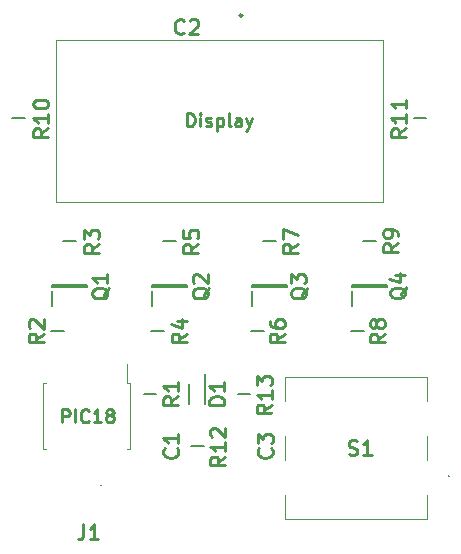
<source format=gbr>
%TF.GenerationSoftware,KiCad,Pcbnew,7.0.1*%
%TF.CreationDate,2023-04-20T20:08:01+02:00*%
%TF.ProjectId,RHT device,52485420-6465-4766-9963-652e6b696361,rev?*%
%TF.SameCoordinates,Original*%
%TF.FileFunction,Legend,Top*%
%TF.FilePolarity,Positive*%
%FSLAX46Y46*%
G04 Gerber Fmt 4.6, Leading zero omitted, Abs format (unit mm)*
G04 Created by KiCad (PCBNEW 7.0.1) date 2023-04-20 20:08:01*
%MOMM*%
%LPD*%
G01*
G04 APERTURE LIST*
G04 Aperture macros list*
%AMRoundRect*
0 Rectangle with rounded corners*
0 $1 Rounding radius*
0 $2 $3 $4 $5 $6 $7 $8 $9 X,Y pos of 4 corners*
0 Add a 4 corners polygon primitive as box body*
4,1,4,$2,$3,$4,$5,$6,$7,$8,$9,$2,$3,0*
0 Add four circle primitives for the rounded corners*
1,1,$1+$1,$2,$3*
1,1,$1+$1,$4,$5*
1,1,$1+$1,$6,$7*
1,1,$1+$1,$8,$9*
0 Add four rect primitives between the rounded corners*
20,1,$1+$1,$2,$3,$4,$5,0*
20,1,$1+$1,$4,$5,$6,$7,0*
20,1,$1+$1,$6,$7,$8,$9,0*
20,1,$1+$1,$8,$9,$2,$3,0*%
G04 Aperture macros list end*
%ADD10C,0.250000*%
%ADD11C,0.275000*%
%ADD12C,0.254000*%
%ADD13C,0.120000*%
%ADD14C,0.200000*%
%ADD15C,0.100000*%
%ADD16R,1.470000X1.020000*%
%ADD17RoundRect,0.125000X-0.125000X0.825000X-0.125000X-0.825000X0.125000X-0.825000X0.125000X0.825000X0*%
%ADD18R,0.600000X1.250000*%
%ADD19R,1.450000X1.000000*%
%ADD20C,1.850000*%
%ADD21R,1.500000X1.500000*%
%ADD22C,1.500000*%
%ADD23R,0.500000X1.075000*%
%ADD24C,0.889000*%
%ADD25C,1.550000*%
%ADD26R,1.020000X1.470000*%
%ADD27R,0.800000X0.450000*%
%ADD28R,1.600000X2.500000*%
%ADD29C,1.950000*%
G04 APERTURE END LIST*
D10*
X107462380Y-62818880D02*
X107462380Y-61718880D01*
X107462380Y-61718880D02*
X107881428Y-61718880D01*
X107881428Y-61718880D02*
X107986190Y-61771261D01*
X107986190Y-61771261D02*
X108038571Y-61823642D01*
X108038571Y-61823642D02*
X108090952Y-61928404D01*
X108090952Y-61928404D02*
X108090952Y-62085547D01*
X108090952Y-62085547D02*
X108038571Y-62190309D01*
X108038571Y-62190309D02*
X107986190Y-62242690D01*
X107986190Y-62242690D02*
X107881428Y-62295071D01*
X107881428Y-62295071D02*
X107462380Y-62295071D01*
X108562380Y-62818880D02*
X108562380Y-61718880D01*
X109714762Y-62714119D02*
X109662381Y-62766500D01*
X109662381Y-62766500D02*
X109505238Y-62818880D01*
X109505238Y-62818880D02*
X109400476Y-62818880D01*
X109400476Y-62818880D02*
X109243333Y-62766500D01*
X109243333Y-62766500D02*
X109138571Y-62661738D01*
X109138571Y-62661738D02*
X109086190Y-62556976D01*
X109086190Y-62556976D02*
X109033809Y-62347452D01*
X109033809Y-62347452D02*
X109033809Y-62190309D01*
X109033809Y-62190309D02*
X109086190Y-61980785D01*
X109086190Y-61980785D02*
X109138571Y-61876023D01*
X109138571Y-61876023D02*
X109243333Y-61771261D01*
X109243333Y-61771261D02*
X109400476Y-61718880D01*
X109400476Y-61718880D02*
X109505238Y-61718880D01*
X109505238Y-61718880D02*
X109662381Y-61771261D01*
X109662381Y-61771261D02*
X109714762Y-61823642D01*
X110762381Y-62818880D02*
X110133809Y-62818880D01*
X110448095Y-62818880D02*
X110448095Y-61718880D01*
X110448095Y-61718880D02*
X110343333Y-61876023D01*
X110343333Y-61876023D02*
X110238571Y-61980785D01*
X110238571Y-61980785D02*
X110133809Y-62033166D01*
X111390952Y-62190309D02*
X111286190Y-62137928D01*
X111286190Y-62137928D02*
X111233809Y-62085547D01*
X111233809Y-62085547D02*
X111181428Y-61980785D01*
X111181428Y-61980785D02*
X111181428Y-61928404D01*
X111181428Y-61928404D02*
X111233809Y-61823642D01*
X111233809Y-61823642D02*
X111286190Y-61771261D01*
X111286190Y-61771261D02*
X111390952Y-61718880D01*
X111390952Y-61718880D02*
X111600476Y-61718880D01*
X111600476Y-61718880D02*
X111705238Y-61771261D01*
X111705238Y-61771261D02*
X111757619Y-61823642D01*
X111757619Y-61823642D02*
X111810000Y-61928404D01*
X111810000Y-61928404D02*
X111810000Y-61980785D01*
X111810000Y-61980785D02*
X111757619Y-62085547D01*
X111757619Y-62085547D02*
X111705238Y-62137928D01*
X111705238Y-62137928D02*
X111600476Y-62190309D01*
X111600476Y-62190309D02*
X111390952Y-62190309D01*
X111390952Y-62190309D02*
X111286190Y-62242690D01*
X111286190Y-62242690D02*
X111233809Y-62295071D01*
X111233809Y-62295071D02*
X111181428Y-62399833D01*
X111181428Y-62399833D02*
X111181428Y-62609357D01*
X111181428Y-62609357D02*
X111233809Y-62714119D01*
X111233809Y-62714119D02*
X111286190Y-62766500D01*
X111286190Y-62766500D02*
X111390952Y-62818880D01*
X111390952Y-62818880D02*
X111600476Y-62818880D01*
X111600476Y-62818880D02*
X111705238Y-62766500D01*
X111705238Y-62766500D02*
X111757619Y-62714119D01*
X111757619Y-62714119D02*
X111810000Y-62609357D01*
X111810000Y-62609357D02*
X111810000Y-62399833D01*
X111810000Y-62399833D02*
X111757619Y-62295071D01*
X111757619Y-62295071D02*
X111705238Y-62242690D01*
X111705238Y-62242690D02*
X111600476Y-62190309D01*
D11*
X118052381Y-37758880D02*
X118052381Y-36658880D01*
X118052381Y-36658880D02*
X118314286Y-36658880D01*
X118314286Y-36658880D02*
X118471429Y-36711261D01*
X118471429Y-36711261D02*
X118576191Y-36816023D01*
X118576191Y-36816023D02*
X118628572Y-36920785D01*
X118628572Y-36920785D02*
X118680953Y-37130309D01*
X118680953Y-37130309D02*
X118680953Y-37287452D01*
X118680953Y-37287452D02*
X118628572Y-37496976D01*
X118628572Y-37496976D02*
X118576191Y-37601738D01*
X118576191Y-37601738D02*
X118471429Y-37706500D01*
X118471429Y-37706500D02*
X118314286Y-37758880D01*
X118314286Y-37758880D02*
X118052381Y-37758880D01*
X119152381Y-37758880D02*
X119152381Y-37025547D01*
X119152381Y-36658880D02*
X119100000Y-36711261D01*
X119100000Y-36711261D02*
X119152381Y-36763642D01*
X119152381Y-36763642D02*
X119204762Y-36711261D01*
X119204762Y-36711261D02*
X119152381Y-36658880D01*
X119152381Y-36658880D02*
X119152381Y-36763642D01*
X119623810Y-37706500D02*
X119728572Y-37758880D01*
X119728572Y-37758880D02*
X119938096Y-37758880D01*
X119938096Y-37758880D02*
X120042858Y-37706500D01*
X120042858Y-37706500D02*
X120095239Y-37601738D01*
X120095239Y-37601738D02*
X120095239Y-37549357D01*
X120095239Y-37549357D02*
X120042858Y-37444595D01*
X120042858Y-37444595D02*
X119938096Y-37392214D01*
X119938096Y-37392214D02*
X119780953Y-37392214D01*
X119780953Y-37392214D02*
X119676191Y-37339833D01*
X119676191Y-37339833D02*
X119623810Y-37235071D01*
X119623810Y-37235071D02*
X119623810Y-37182690D01*
X119623810Y-37182690D02*
X119676191Y-37077928D01*
X119676191Y-37077928D02*
X119780953Y-37025547D01*
X119780953Y-37025547D02*
X119938096Y-37025547D01*
X119938096Y-37025547D02*
X120042858Y-37077928D01*
X120566667Y-37025547D02*
X120566667Y-38125547D01*
X120566667Y-37077928D02*
X120671429Y-37025547D01*
X120671429Y-37025547D02*
X120880953Y-37025547D01*
X120880953Y-37025547D02*
X120985715Y-37077928D01*
X120985715Y-37077928D02*
X121038096Y-37130309D01*
X121038096Y-37130309D02*
X121090477Y-37235071D01*
X121090477Y-37235071D02*
X121090477Y-37549357D01*
X121090477Y-37549357D02*
X121038096Y-37654119D01*
X121038096Y-37654119D02*
X120985715Y-37706500D01*
X120985715Y-37706500D02*
X120880953Y-37758880D01*
X120880953Y-37758880D02*
X120671429Y-37758880D01*
X120671429Y-37758880D02*
X120566667Y-37706500D01*
X121719048Y-37758880D02*
X121614286Y-37706500D01*
X121614286Y-37706500D02*
X121561905Y-37601738D01*
X121561905Y-37601738D02*
X121561905Y-36658880D01*
X122609524Y-37758880D02*
X122609524Y-37182690D01*
X122609524Y-37182690D02*
X122557143Y-37077928D01*
X122557143Y-37077928D02*
X122452381Y-37025547D01*
X122452381Y-37025547D02*
X122242857Y-37025547D01*
X122242857Y-37025547D02*
X122138095Y-37077928D01*
X122609524Y-37706500D02*
X122504762Y-37758880D01*
X122504762Y-37758880D02*
X122242857Y-37758880D01*
X122242857Y-37758880D02*
X122138095Y-37706500D01*
X122138095Y-37706500D02*
X122085714Y-37601738D01*
X122085714Y-37601738D02*
X122085714Y-37496976D01*
X122085714Y-37496976D02*
X122138095Y-37392214D01*
X122138095Y-37392214D02*
X122242857Y-37339833D01*
X122242857Y-37339833D02*
X122504762Y-37339833D01*
X122504762Y-37339833D02*
X122609524Y-37287452D01*
X123028571Y-37025547D02*
X123290476Y-37758880D01*
X123552381Y-37025547D02*
X123290476Y-37758880D01*
X123290476Y-37758880D02*
X123185714Y-38020785D01*
X123185714Y-38020785D02*
X123133333Y-38073166D01*
X123133333Y-38073166D02*
X123028571Y-38125547D01*
D12*
%TO.C,C1*%
X117166573Y-65011666D02*
X117227050Y-65072142D01*
X117227050Y-65072142D02*
X117287526Y-65253571D01*
X117287526Y-65253571D02*
X117287526Y-65374523D01*
X117287526Y-65374523D02*
X117227050Y-65555952D01*
X117227050Y-65555952D02*
X117106097Y-65676904D01*
X117106097Y-65676904D02*
X116985145Y-65737381D01*
X116985145Y-65737381D02*
X116743240Y-65797857D01*
X116743240Y-65797857D02*
X116561811Y-65797857D01*
X116561811Y-65797857D02*
X116319907Y-65737381D01*
X116319907Y-65737381D02*
X116198954Y-65676904D01*
X116198954Y-65676904D02*
X116078002Y-65555952D01*
X116078002Y-65555952D02*
X116017526Y-65374523D01*
X116017526Y-65374523D02*
X116017526Y-65253571D01*
X116017526Y-65253571D02*
X116078002Y-65072142D01*
X116078002Y-65072142D02*
X116138478Y-65011666D01*
X117287526Y-63802142D02*
X117287526Y-64527857D01*
X117287526Y-64165000D02*
X116017526Y-64165000D01*
X116017526Y-64165000D02*
X116198954Y-64285952D01*
X116198954Y-64285952D02*
X116319907Y-64406904D01*
X116319907Y-64406904D02*
X116380383Y-64527857D01*
%TO.C,C3*%
X125166573Y-65011666D02*
X125227050Y-65072142D01*
X125227050Y-65072142D02*
X125287526Y-65253571D01*
X125287526Y-65253571D02*
X125287526Y-65374523D01*
X125287526Y-65374523D02*
X125227050Y-65555952D01*
X125227050Y-65555952D02*
X125106097Y-65676904D01*
X125106097Y-65676904D02*
X124985145Y-65737381D01*
X124985145Y-65737381D02*
X124743240Y-65797857D01*
X124743240Y-65797857D02*
X124561811Y-65797857D01*
X124561811Y-65797857D02*
X124319907Y-65737381D01*
X124319907Y-65737381D02*
X124198954Y-65676904D01*
X124198954Y-65676904D02*
X124078002Y-65555952D01*
X124078002Y-65555952D02*
X124017526Y-65374523D01*
X124017526Y-65374523D02*
X124017526Y-65253571D01*
X124017526Y-65253571D02*
X124078002Y-65072142D01*
X124078002Y-65072142D02*
X124138478Y-65011666D01*
X124017526Y-64588333D02*
X124017526Y-63802142D01*
X124017526Y-63802142D02*
X124501335Y-64225476D01*
X124501335Y-64225476D02*
X124501335Y-64044047D01*
X124501335Y-64044047D02*
X124561811Y-63923095D01*
X124561811Y-63923095D02*
X124622288Y-63862619D01*
X124622288Y-63862619D02*
X124743240Y-63802142D01*
X124743240Y-63802142D02*
X125045621Y-63802142D01*
X125045621Y-63802142D02*
X125166573Y-63862619D01*
X125166573Y-63862619D02*
X125227050Y-63923095D01*
X125227050Y-63923095D02*
X125287526Y-64044047D01*
X125287526Y-64044047D02*
X125287526Y-64406904D01*
X125287526Y-64406904D02*
X125227050Y-64527857D01*
X125227050Y-64527857D02*
X125166573Y-64588333D01*
%TO.C,Q1*%
X111408478Y-51420952D02*
X111348002Y-51541904D01*
X111348002Y-51541904D02*
X111227050Y-51662857D01*
X111227050Y-51662857D02*
X111045621Y-51844285D01*
X111045621Y-51844285D02*
X110985145Y-51965238D01*
X110985145Y-51965238D02*
X110985145Y-52086190D01*
X111287526Y-52025714D02*
X111227050Y-52146666D01*
X111227050Y-52146666D02*
X111106097Y-52267619D01*
X111106097Y-52267619D02*
X110864192Y-52328095D01*
X110864192Y-52328095D02*
X110440859Y-52328095D01*
X110440859Y-52328095D02*
X110198954Y-52267619D01*
X110198954Y-52267619D02*
X110078002Y-52146666D01*
X110078002Y-52146666D02*
X110017526Y-52025714D01*
X110017526Y-52025714D02*
X110017526Y-51783809D01*
X110017526Y-51783809D02*
X110078002Y-51662857D01*
X110078002Y-51662857D02*
X110198954Y-51541904D01*
X110198954Y-51541904D02*
X110440859Y-51481428D01*
X110440859Y-51481428D02*
X110864192Y-51481428D01*
X110864192Y-51481428D02*
X111106097Y-51541904D01*
X111106097Y-51541904D02*
X111227050Y-51662857D01*
X111227050Y-51662857D02*
X111287526Y-51783809D01*
X111287526Y-51783809D02*
X111287526Y-52025714D01*
X111287526Y-50271904D02*
X111287526Y-50997619D01*
X111287526Y-50634762D02*
X110017526Y-50634762D01*
X110017526Y-50634762D02*
X110198954Y-50755714D01*
X110198954Y-50755714D02*
X110319907Y-50876666D01*
X110319907Y-50876666D02*
X110380383Y-50997619D01*
%TO.C,Q2*%
X119908478Y-51420952D02*
X119848002Y-51541904D01*
X119848002Y-51541904D02*
X119727050Y-51662857D01*
X119727050Y-51662857D02*
X119545621Y-51844285D01*
X119545621Y-51844285D02*
X119485145Y-51965238D01*
X119485145Y-51965238D02*
X119485145Y-52086190D01*
X119787526Y-52025714D02*
X119727050Y-52146666D01*
X119727050Y-52146666D02*
X119606097Y-52267619D01*
X119606097Y-52267619D02*
X119364192Y-52328095D01*
X119364192Y-52328095D02*
X118940859Y-52328095D01*
X118940859Y-52328095D02*
X118698954Y-52267619D01*
X118698954Y-52267619D02*
X118578002Y-52146666D01*
X118578002Y-52146666D02*
X118517526Y-52025714D01*
X118517526Y-52025714D02*
X118517526Y-51783809D01*
X118517526Y-51783809D02*
X118578002Y-51662857D01*
X118578002Y-51662857D02*
X118698954Y-51541904D01*
X118698954Y-51541904D02*
X118940859Y-51481428D01*
X118940859Y-51481428D02*
X119364192Y-51481428D01*
X119364192Y-51481428D02*
X119606097Y-51541904D01*
X119606097Y-51541904D02*
X119727050Y-51662857D01*
X119727050Y-51662857D02*
X119787526Y-51783809D01*
X119787526Y-51783809D02*
X119787526Y-52025714D01*
X118638478Y-50997619D02*
X118578002Y-50937143D01*
X118578002Y-50937143D02*
X118517526Y-50816190D01*
X118517526Y-50816190D02*
X118517526Y-50513809D01*
X118517526Y-50513809D02*
X118578002Y-50392857D01*
X118578002Y-50392857D02*
X118638478Y-50332381D01*
X118638478Y-50332381D02*
X118759430Y-50271904D01*
X118759430Y-50271904D02*
X118880383Y-50271904D01*
X118880383Y-50271904D02*
X119061811Y-50332381D01*
X119061811Y-50332381D02*
X119787526Y-51058095D01*
X119787526Y-51058095D02*
X119787526Y-50271904D01*
%TO.C,Q3*%
X128208478Y-51420952D02*
X128148002Y-51541904D01*
X128148002Y-51541904D02*
X128027050Y-51662857D01*
X128027050Y-51662857D02*
X127845621Y-51844285D01*
X127845621Y-51844285D02*
X127785145Y-51965238D01*
X127785145Y-51965238D02*
X127785145Y-52086190D01*
X128087526Y-52025714D02*
X128027050Y-52146666D01*
X128027050Y-52146666D02*
X127906097Y-52267619D01*
X127906097Y-52267619D02*
X127664192Y-52328095D01*
X127664192Y-52328095D02*
X127240859Y-52328095D01*
X127240859Y-52328095D02*
X126998954Y-52267619D01*
X126998954Y-52267619D02*
X126878002Y-52146666D01*
X126878002Y-52146666D02*
X126817526Y-52025714D01*
X126817526Y-52025714D02*
X126817526Y-51783809D01*
X126817526Y-51783809D02*
X126878002Y-51662857D01*
X126878002Y-51662857D02*
X126998954Y-51541904D01*
X126998954Y-51541904D02*
X127240859Y-51481428D01*
X127240859Y-51481428D02*
X127664192Y-51481428D01*
X127664192Y-51481428D02*
X127906097Y-51541904D01*
X127906097Y-51541904D02*
X128027050Y-51662857D01*
X128027050Y-51662857D02*
X128087526Y-51783809D01*
X128087526Y-51783809D02*
X128087526Y-52025714D01*
X126817526Y-51058095D02*
X126817526Y-50271904D01*
X126817526Y-50271904D02*
X127301335Y-50695238D01*
X127301335Y-50695238D02*
X127301335Y-50513809D01*
X127301335Y-50513809D02*
X127361811Y-50392857D01*
X127361811Y-50392857D02*
X127422288Y-50332381D01*
X127422288Y-50332381D02*
X127543240Y-50271904D01*
X127543240Y-50271904D02*
X127845621Y-50271904D01*
X127845621Y-50271904D02*
X127966573Y-50332381D01*
X127966573Y-50332381D02*
X128027050Y-50392857D01*
X128027050Y-50392857D02*
X128087526Y-50513809D01*
X128087526Y-50513809D02*
X128087526Y-50876666D01*
X128087526Y-50876666D02*
X128027050Y-50997619D01*
X128027050Y-50997619D02*
X127966573Y-51058095D01*
%TO.C,Q4*%
X136608478Y-51384952D02*
X136548002Y-51505904D01*
X136548002Y-51505904D02*
X136427050Y-51626857D01*
X136427050Y-51626857D02*
X136245621Y-51808285D01*
X136245621Y-51808285D02*
X136185145Y-51929238D01*
X136185145Y-51929238D02*
X136185145Y-52050190D01*
X136487526Y-51989714D02*
X136427050Y-52110666D01*
X136427050Y-52110666D02*
X136306097Y-52231619D01*
X136306097Y-52231619D02*
X136064192Y-52292095D01*
X136064192Y-52292095D02*
X135640859Y-52292095D01*
X135640859Y-52292095D02*
X135398954Y-52231619D01*
X135398954Y-52231619D02*
X135278002Y-52110666D01*
X135278002Y-52110666D02*
X135217526Y-51989714D01*
X135217526Y-51989714D02*
X135217526Y-51747809D01*
X135217526Y-51747809D02*
X135278002Y-51626857D01*
X135278002Y-51626857D02*
X135398954Y-51505904D01*
X135398954Y-51505904D02*
X135640859Y-51445428D01*
X135640859Y-51445428D02*
X136064192Y-51445428D01*
X136064192Y-51445428D02*
X136306097Y-51505904D01*
X136306097Y-51505904D02*
X136427050Y-51626857D01*
X136427050Y-51626857D02*
X136487526Y-51747809D01*
X136487526Y-51747809D02*
X136487526Y-51989714D01*
X135640859Y-50356857D02*
X136487526Y-50356857D01*
X135157050Y-50659238D02*
X136064192Y-50961619D01*
X136064192Y-50961619D02*
X136064192Y-50175428D01*
%TO.C,R2*%
X105887526Y-55311666D02*
X105282764Y-55735000D01*
X105887526Y-56037381D02*
X104617526Y-56037381D01*
X104617526Y-56037381D02*
X104617526Y-55553571D01*
X104617526Y-55553571D02*
X104678002Y-55432619D01*
X104678002Y-55432619D02*
X104738478Y-55372142D01*
X104738478Y-55372142D02*
X104859430Y-55311666D01*
X104859430Y-55311666D02*
X105040859Y-55311666D01*
X105040859Y-55311666D02*
X105161811Y-55372142D01*
X105161811Y-55372142D02*
X105222288Y-55432619D01*
X105222288Y-55432619D02*
X105282764Y-55553571D01*
X105282764Y-55553571D02*
X105282764Y-56037381D01*
X104738478Y-54827857D02*
X104678002Y-54767381D01*
X104678002Y-54767381D02*
X104617526Y-54646428D01*
X104617526Y-54646428D02*
X104617526Y-54344047D01*
X104617526Y-54344047D02*
X104678002Y-54223095D01*
X104678002Y-54223095D02*
X104738478Y-54162619D01*
X104738478Y-54162619D02*
X104859430Y-54102142D01*
X104859430Y-54102142D02*
X104980383Y-54102142D01*
X104980383Y-54102142D02*
X105161811Y-54162619D01*
X105161811Y-54162619D02*
X105887526Y-54888333D01*
X105887526Y-54888333D02*
X105887526Y-54102142D01*
%TO.C,R1*%
X117287526Y-60611666D02*
X116682764Y-61035000D01*
X117287526Y-61337381D02*
X116017526Y-61337381D01*
X116017526Y-61337381D02*
X116017526Y-60853571D01*
X116017526Y-60853571D02*
X116078002Y-60732619D01*
X116078002Y-60732619D02*
X116138478Y-60672142D01*
X116138478Y-60672142D02*
X116259430Y-60611666D01*
X116259430Y-60611666D02*
X116440859Y-60611666D01*
X116440859Y-60611666D02*
X116561811Y-60672142D01*
X116561811Y-60672142D02*
X116622288Y-60732619D01*
X116622288Y-60732619D02*
X116682764Y-60853571D01*
X116682764Y-60853571D02*
X116682764Y-61337381D01*
X117287526Y-59402142D02*
X117287526Y-60127857D01*
X117287526Y-59765000D02*
X116017526Y-59765000D01*
X116017526Y-59765000D02*
X116198954Y-59885952D01*
X116198954Y-59885952D02*
X116319907Y-60006904D01*
X116319907Y-60006904D02*
X116380383Y-60127857D01*
%TO.C,R3*%
X110587526Y-47711666D02*
X109982764Y-48135000D01*
X110587526Y-48437381D02*
X109317526Y-48437381D01*
X109317526Y-48437381D02*
X109317526Y-47953571D01*
X109317526Y-47953571D02*
X109378002Y-47832619D01*
X109378002Y-47832619D02*
X109438478Y-47772142D01*
X109438478Y-47772142D02*
X109559430Y-47711666D01*
X109559430Y-47711666D02*
X109740859Y-47711666D01*
X109740859Y-47711666D02*
X109861811Y-47772142D01*
X109861811Y-47772142D02*
X109922288Y-47832619D01*
X109922288Y-47832619D02*
X109982764Y-47953571D01*
X109982764Y-47953571D02*
X109982764Y-48437381D01*
X109317526Y-47288333D02*
X109317526Y-46502142D01*
X109317526Y-46502142D02*
X109801335Y-46925476D01*
X109801335Y-46925476D02*
X109801335Y-46744047D01*
X109801335Y-46744047D02*
X109861811Y-46623095D01*
X109861811Y-46623095D02*
X109922288Y-46562619D01*
X109922288Y-46562619D02*
X110043240Y-46502142D01*
X110043240Y-46502142D02*
X110345621Y-46502142D01*
X110345621Y-46502142D02*
X110466573Y-46562619D01*
X110466573Y-46562619D02*
X110527050Y-46623095D01*
X110527050Y-46623095D02*
X110587526Y-46744047D01*
X110587526Y-46744047D02*
X110587526Y-47106904D01*
X110587526Y-47106904D02*
X110527050Y-47227857D01*
X110527050Y-47227857D02*
X110466573Y-47288333D01*
%TO.C,R4*%
X117987526Y-55311666D02*
X117382764Y-55735000D01*
X117987526Y-56037381D02*
X116717526Y-56037381D01*
X116717526Y-56037381D02*
X116717526Y-55553571D01*
X116717526Y-55553571D02*
X116778002Y-55432619D01*
X116778002Y-55432619D02*
X116838478Y-55372142D01*
X116838478Y-55372142D02*
X116959430Y-55311666D01*
X116959430Y-55311666D02*
X117140859Y-55311666D01*
X117140859Y-55311666D02*
X117261811Y-55372142D01*
X117261811Y-55372142D02*
X117322288Y-55432619D01*
X117322288Y-55432619D02*
X117382764Y-55553571D01*
X117382764Y-55553571D02*
X117382764Y-56037381D01*
X117140859Y-54223095D02*
X117987526Y-54223095D01*
X116657050Y-54525476D02*
X117564192Y-54827857D01*
X117564192Y-54827857D02*
X117564192Y-54041666D01*
%TO.C,R5*%
X118987526Y-47711666D02*
X118382764Y-48135000D01*
X118987526Y-48437381D02*
X117717526Y-48437381D01*
X117717526Y-48437381D02*
X117717526Y-47953571D01*
X117717526Y-47953571D02*
X117778002Y-47832619D01*
X117778002Y-47832619D02*
X117838478Y-47772142D01*
X117838478Y-47772142D02*
X117959430Y-47711666D01*
X117959430Y-47711666D02*
X118140859Y-47711666D01*
X118140859Y-47711666D02*
X118261811Y-47772142D01*
X118261811Y-47772142D02*
X118322288Y-47832619D01*
X118322288Y-47832619D02*
X118382764Y-47953571D01*
X118382764Y-47953571D02*
X118382764Y-48437381D01*
X117717526Y-46562619D02*
X117717526Y-47167381D01*
X117717526Y-47167381D02*
X118322288Y-47227857D01*
X118322288Y-47227857D02*
X118261811Y-47167381D01*
X118261811Y-47167381D02*
X118201335Y-47046428D01*
X118201335Y-47046428D02*
X118201335Y-46744047D01*
X118201335Y-46744047D02*
X118261811Y-46623095D01*
X118261811Y-46623095D02*
X118322288Y-46562619D01*
X118322288Y-46562619D02*
X118443240Y-46502142D01*
X118443240Y-46502142D02*
X118745621Y-46502142D01*
X118745621Y-46502142D02*
X118866573Y-46562619D01*
X118866573Y-46562619D02*
X118927050Y-46623095D01*
X118927050Y-46623095D02*
X118987526Y-46744047D01*
X118987526Y-46744047D02*
X118987526Y-47046428D01*
X118987526Y-47046428D02*
X118927050Y-47167381D01*
X118927050Y-47167381D02*
X118866573Y-47227857D01*
%TO.C,R6*%
X126287526Y-55311666D02*
X125682764Y-55735000D01*
X126287526Y-56037381D02*
X125017526Y-56037381D01*
X125017526Y-56037381D02*
X125017526Y-55553571D01*
X125017526Y-55553571D02*
X125078002Y-55432619D01*
X125078002Y-55432619D02*
X125138478Y-55372142D01*
X125138478Y-55372142D02*
X125259430Y-55311666D01*
X125259430Y-55311666D02*
X125440859Y-55311666D01*
X125440859Y-55311666D02*
X125561811Y-55372142D01*
X125561811Y-55372142D02*
X125622288Y-55432619D01*
X125622288Y-55432619D02*
X125682764Y-55553571D01*
X125682764Y-55553571D02*
X125682764Y-56037381D01*
X125017526Y-54223095D02*
X125017526Y-54465000D01*
X125017526Y-54465000D02*
X125078002Y-54585952D01*
X125078002Y-54585952D02*
X125138478Y-54646428D01*
X125138478Y-54646428D02*
X125319907Y-54767381D01*
X125319907Y-54767381D02*
X125561811Y-54827857D01*
X125561811Y-54827857D02*
X126045621Y-54827857D01*
X126045621Y-54827857D02*
X126166573Y-54767381D01*
X126166573Y-54767381D02*
X126227050Y-54706904D01*
X126227050Y-54706904D02*
X126287526Y-54585952D01*
X126287526Y-54585952D02*
X126287526Y-54344047D01*
X126287526Y-54344047D02*
X126227050Y-54223095D01*
X126227050Y-54223095D02*
X126166573Y-54162619D01*
X126166573Y-54162619D02*
X126045621Y-54102142D01*
X126045621Y-54102142D02*
X125743240Y-54102142D01*
X125743240Y-54102142D02*
X125622288Y-54162619D01*
X125622288Y-54162619D02*
X125561811Y-54223095D01*
X125561811Y-54223095D02*
X125501335Y-54344047D01*
X125501335Y-54344047D02*
X125501335Y-54585952D01*
X125501335Y-54585952D02*
X125561811Y-54706904D01*
X125561811Y-54706904D02*
X125622288Y-54767381D01*
X125622288Y-54767381D02*
X125743240Y-54827857D01*
%TO.C,R7*%
X127387526Y-47711666D02*
X126782764Y-48135000D01*
X127387526Y-48437381D02*
X126117526Y-48437381D01*
X126117526Y-48437381D02*
X126117526Y-47953571D01*
X126117526Y-47953571D02*
X126178002Y-47832619D01*
X126178002Y-47832619D02*
X126238478Y-47772142D01*
X126238478Y-47772142D02*
X126359430Y-47711666D01*
X126359430Y-47711666D02*
X126540859Y-47711666D01*
X126540859Y-47711666D02*
X126661811Y-47772142D01*
X126661811Y-47772142D02*
X126722288Y-47832619D01*
X126722288Y-47832619D02*
X126782764Y-47953571D01*
X126782764Y-47953571D02*
X126782764Y-48437381D01*
X126117526Y-47288333D02*
X126117526Y-46441666D01*
X126117526Y-46441666D02*
X127387526Y-46985952D01*
%TO.C,R8*%
X134787526Y-55311666D02*
X134182764Y-55735000D01*
X134787526Y-56037381D02*
X133517526Y-56037381D01*
X133517526Y-56037381D02*
X133517526Y-55553571D01*
X133517526Y-55553571D02*
X133578002Y-55432619D01*
X133578002Y-55432619D02*
X133638478Y-55372142D01*
X133638478Y-55372142D02*
X133759430Y-55311666D01*
X133759430Y-55311666D02*
X133940859Y-55311666D01*
X133940859Y-55311666D02*
X134061811Y-55372142D01*
X134061811Y-55372142D02*
X134122288Y-55432619D01*
X134122288Y-55432619D02*
X134182764Y-55553571D01*
X134182764Y-55553571D02*
X134182764Y-56037381D01*
X134061811Y-54585952D02*
X134001335Y-54706904D01*
X134001335Y-54706904D02*
X133940859Y-54767381D01*
X133940859Y-54767381D02*
X133819907Y-54827857D01*
X133819907Y-54827857D02*
X133759430Y-54827857D01*
X133759430Y-54827857D02*
X133638478Y-54767381D01*
X133638478Y-54767381D02*
X133578002Y-54706904D01*
X133578002Y-54706904D02*
X133517526Y-54585952D01*
X133517526Y-54585952D02*
X133517526Y-54344047D01*
X133517526Y-54344047D02*
X133578002Y-54223095D01*
X133578002Y-54223095D02*
X133638478Y-54162619D01*
X133638478Y-54162619D02*
X133759430Y-54102142D01*
X133759430Y-54102142D02*
X133819907Y-54102142D01*
X133819907Y-54102142D02*
X133940859Y-54162619D01*
X133940859Y-54162619D02*
X134001335Y-54223095D01*
X134001335Y-54223095D02*
X134061811Y-54344047D01*
X134061811Y-54344047D02*
X134061811Y-54585952D01*
X134061811Y-54585952D02*
X134122288Y-54706904D01*
X134122288Y-54706904D02*
X134182764Y-54767381D01*
X134182764Y-54767381D02*
X134303716Y-54827857D01*
X134303716Y-54827857D02*
X134545621Y-54827857D01*
X134545621Y-54827857D02*
X134666573Y-54767381D01*
X134666573Y-54767381D02*
X134727050Y-54706904D01*
X134727050Y-54706904D02*
X134787526Y-54585952D01*
X134787526Y-54585952D02*
X134787526Y-54344047D01*
X134787526Y-54344047D02*
X134727050Y-54223095D01*
X134727050Y-54223095D02*
X134666573Y-54162619D01*
X134666573Y-54162619D02*
X134545621Y-54102142D01*
X134545621Y-54102142D02*
X134303716Y-54102142D01*
X134303716Y-54102142D02*
X134182764Y-54162619D01*
X134182764Y-54162619D02*
X134122288Y-54223095D01*
X134122288Y-54223095D02*
X134061811Y-54344047D01*
%TO.C,R9*%
X135887526Y-47665666D02*
X135282764Y-48089000D01*
X135887526Y-48391381D02*
X134617526Y-48391381D01*
X134617526Y-48391381D02*
X134617526Y-47907571D01*
X134617526Y-47907571D02*
X134678002Y-47786619D01*
X134678002Y-47786619D02*
X134738478Y-47726142D01*
X134738478Y-47726142D02*
X134859430Y-47665666D01*
X134859430Y-47665666D02*
X135040859Y-47665666D01*
X135040859Y-47665666D02*
X135161811Y-47726142D01*
X135161811Y-47726142D02*
X135222288Y-47786619D01*
X135222288Y-47786619D02*
X135282764Y-47907571D01*
X135282764Y-47907571D02*
X135282764Y-48391381D01*
X135887526Y-47060904D02*
X135887526Y-46819000D01*
X135887526Y-46819000D02*
X135827050Y-46698047D01*
X135827050Y-46698047D02*
X135766573Y-46637571D01*
X135766573Y-46637571D02*
X135585145Y-46516619D01*
X135585145Y-46516619D02*
X135343240Y-46456142D01*
X135343240Y-46456142D02*
X134859430Y-46456142D01*
X134859430Y-46456142D02*
X134738478Y-46516619D01*
X134738478Y-46516619D02*
X134678002Y-46577095D01*
X134678002Y-46577095D02*
X134617526Y-46698047D01*
X134617526Y-46698047D02*
X134617526Y-46939952D01*
X134617526Y-46939952D02*
X134678002Y-47060904D01*
X134678002Y-47060904D02*
X134738478Y-47121381D01*
X134738478Y-47121381D02*
X134859430Y-47181857D01*
X134859430Y-47181857D02*
X135161811Y-47181857D01*
X135161811Y-47181857D02*
X135282764Y-47121381D01*
X135282764Y-47121381D02*
X135343240Y-47060904D01*
X135343240Y-47060904D02*
X135403716Y-46939952D01*
X135403716Y-46939952D02*
X135403716Y-46698047D01*
X135403716Y-46698047D02*
X135343240Y-46577095D01*
X135343240Y-46577095D02*
X135282764Y-46516619D01*
X135282764Y-46516619D02*
X135161811Y-46456142D01*
%TO.C,R12*%
X121287526Y-65716428D02*
X120682764Y-66139762D01*
X121287526Y-66442143D02*
X120017526Y-66442143D01*
X120017526Y-66442143D02*
X120017526Y-65958333D01*
X120017526Y-65958333D02*
X120078002Y-65837381D01*
X120078002Y-65837381D02*
X120138478Y-65776904D01*
X120138478Y-65776904D02*
X120259430Y-65716428D01*
X120259430Y-65716428D02*
X120440859Y-65716428D01*
X120440859Y-65716428D02*
X120561811Y-65776904D01*
X120561811Y-65776904D02*
X120622288Y-65837381D01*
X120622288Y-65837381D02*
X120682764Y-65958333D01*
X120682764Y-65958333D02*
X120682764Y-66442143D01*
X121287526Y-64506904D02*
X121287526Y-65232619D01*
X121287526Y-64869762D02*
X120017526Y-64869762D01*
X120017526Y-64869762D02*
X120198954Y-64990714D01*
X120198954Y-64990714D02*
X120319907Y-65111666D01*
X120319907Y-65111666D02*
X120380383Y-65232619D01*
X120138478Y-64023095D02*
X120078002Y-63962619D01*
X120078002Y-63962619D02*
X120017526Y-63841666D01*
X120017526Y-63841666D02*
X120017526Y-63539285D01*
X120017526Y-63539285D02*
X120078002Y-63418333D01*
X120078002Y-63418333D02*
X120138478Y-63357857D01*
X120138478Y-63357857D02*
X120259430Y-63297380D01*
X120259430Y-63297380D02*
X120380383Y-63297380D01*
X120380383Y-63297380D02*
X120561811Y-63357857D01*
X120561811Y-63357857D02*
X121287526Y-64083571D01*
X121287526Y-64083571D02*
X121287526Y-63297380D01*
%TO.C,R13*%
X125187526Y-61316428D02*
X124582764Y-61739762D01*
X125187526Y-62042143D02*
X123917526Y-62042143D01*
X123917526Y-62042143D02*
X123917526Y-61558333D01*
X123917526Y-61558333D02*
X123978002Y-61437381D01*
X123978002Y-61437381D02*
X124038478Y-61376904D01*
X124038478Y-61376904D02*
X124159430Y-61316428D01*
X124159430Y-61316428D02*
X124340859Y-61316428D01*
X124340859Y-61316428D02*
X124461811Y-61376904D01*
X124461811Y-61376904D02*
X124522288Y-61437381D01*
X124522288Y-61437381D02*
X124582764Y-61558333D01*
X124582764Y-61558333D02*
X124582764Y-62042143D01*
X125187526Y-60106904D02*
X125187526Y-60832619D01*
X125187526Y-60469762D02*
X123917526Y-60469762D01*
X123917526Y-60469762D02*
X124098954Y-60590714D01*
X124098954Y-60590714D02*
X124219907Y-60711666D01*
X124219907Y-60711666D02*
X124280383Y-60832619D01*
X123917526Y-59683571D02*
X123917526Y-58897380D01*
X123917526Y-58897380D02*
X124401335Y-59320714D01*
X124401335Y-59320714D02*
X124401335Y-59139285D01*
X124401335Y-59139285D02*
X124461811Y-59018333D01*
X124461811Y-59018333D02*
X124522288Y-58957857D01*
X124522288Y-58957857D02*
X124643240Y-58897380D01*
X124643240Y-58897380D02*
X124945621Y-58897380D01*
X124945621Y-58897380D02*
X125066573Y-58957857D01*
X125066573Y-58957857D02*
X125127050Y-59018333D01*
X125127050Y-59018333D02*
X125187526Y-59139285D01*
X125187526Y-59139285D02*
X125187526Y-59502142D01*
X125187526Y-59502142D02*
X125127050Y-59623095D01*
X125127050Y-59623095D02*
X125066573Y-59683571D01*
%TO.C,S1*%
X131721380Y-65527050D02*
X131902809Y-65587526D01*
X131902809Y-65587526D02*
X132205190Y-65587526D01*
X132205190Y-65587526D02*
X132326142Y-65527050D01*
X132326142Y-65527050D02*
X132386618Y-65466573D01*
X132386618Y-65466573D02*
X132447095Y-65345621D01*
X132447095Y-65345621D02*
X132447095Y-65224669D01*
X132447095Y-65224669D02*
X132386618Y-65103716D01*
X132386618Y-65103716D02*
X132326142Y-65043240D01*
X132326142Y-65043240D02*
X132205190Y-64982764D01*
X132205190Y-64982764D02*
X131963285Y-64922288D01*
X131963285Y-64922288D02*
X131842333Y-64861811D01*
X131842333Y-64861811D02*
X131781856Y-64801335D01*
X131781856Y-64801335D02*
X131721380Y-64680383D01*
X131721380Y-64680383D02*
X131721380Y-64559430D01*
X131721380Y-64559430D02*
X131781856Y-64438478D01*
X131781856Y-64438478D02*
X131842333Y-64378002D01*
X131842333Y-64378002D02*
X131963285Y-64317526D01*
X131963285Y-64317526D02*
X132265666Y-64317526D01*
X132265666Y-64317526D02*
X132447095Y-64378002D01*
X133656619Y-65587526D02*
X132930904Y-65587526D01*
X133293761Y-65587526D02*
X133293761Y-64317526D01*
X133293761Y-64317526D02*
X133172809Y-64498954D01*
X133172809Y-64498954D02*
X133051857Y-64619907D01*
X133051857Y-64619907D02*
X132930904Y-64680383D01*
%TO.C,D1*%
X121187526Y-61337381D02*
X119917526Y-61337381D01*
X119917526Y-61337381D02*
X119917526Y-61035000D01*
X119917526Y-61035000D02*
X119978002Y-60853571D01*
X119978002Y-60853571D02*
X120098954Y-60732619D01*
X120098954Y-60732619D02*
X120219907Y-60672142D01*
X120219907Y-60672142D02*
X120461811Y-60611666D01*
X120461811Y-60611666D02*
X120643240Y-60611666D01*
X120643240Y-60611666D02*
X120885145Y-60672142D01*
X120885145Y-60672142D02*
X121006097Y-60732619D01*
X121006097Y-60732619D02*
X121127050Y-60853571D01*
X121127050Y-60853571D02*
X121187526Y-61035000D01*
X121187526Y-61035000D02*
X121187526Y-61337381D01*
X121187526Y-59402142D02*
X121187526Y-60127857D01*
X121187526Y-59765000D02*
X119917526Y-59765000D01*
X119917526Y-59765000D02*
X120098954Y-59885952D01*
X120098954Y-59885952D02*
X120219907Y-60006904D01*
X120219907Y-60006904D02*
X120280383Y-60127857D01*
%TO.C,J1*%
X109246667Y-71447526D02*
X109246667Y-72354669D01*
X109246667Y-72354669D02*
X109186190Y-72536097D01*
X109186190Y-72536097D02*
X109065238Y-72657050D01*
X109065238Y-72657050D02*
X108883809Y-72717526D01*
X108883809Y-72717526D02*
X108762857Y-72717526D01*
X110516667Y-72717526D02*
X109790952Y-72717526D01*
X110153809Y-72717526D02*
X110153809Y-71447526D01*
X110153809Y-71447526D02*
X110032857Y-71628954D01*
X110032857Y-71628954D02*
X109911905Y-71749907D01*
X109911905Y-71749907D02*
X109790952Y-71810383D01*
%TO.C,C2*%
X117768333Y-29826573D02*
X117707857Y-29887050D01*
X117707857Y-29887050D02*
X117526428Y-29947526D01*
X117526428Y-29947526D02*
X117405476Y-29947526D01*
X117405476Y-29947526D02*
X117224047Y-29887050D01*
X117224047Y-29887050D02*
X117103095Y-29766097D01*
X117103095Y-29766097D02*
X117042618Y-29645145D01*
X117042618Y-29645145D02*
X116982142Y-29403240D01*
X116982142Y-29403240D02*
X116982142Y-29221811D01*
X116982142Y-29221811D02*
X117042618Y-28979907D01*
X117042618Y-28979907D02*
X117103095Y-28858954D01*
X117103095Y-28858954D02*
X117224047Y-28738002D01*
X117224047Y-28738002D02*
X117405476Y-28677526D01*
X117405476Y-28677526D02*
X117526428Y-28677526D01*
X117526428Y-28677526D02*
X117707857Y-28738002D01*
X117707857Y-28738002D02*
X117768333Y-28798478D01*
X118252142Y-28798478D02*
X118312618Y-28738002D01*
X118312618Y-28738002D02*
X118433571Y-28677526D01*
X118433571Y-28677526D02*
X118735952Y-28677526D01*
X118735952Y-28677526D02*
X118856904Y-28738002D01*
X118856904Y-28738002D02*
X118917380Y-28798478D01*
X118917380Y-28798478D02*
X118977857Y-28919430D01*
X118977857Y-28919430D02*
X118977857Y-29040383D01*
X118977857Y-29040383D02*
X118917380Y-29221811D01*
X118917380Y-29221811D02*
X118191666Y-29947526D01*
X118191666Y-29947526D02*
X118977857Y-29947526D01*
%TO.C,R10*%
X106287526Y-37916428D02*
X105682764Y-38339762D01*
X106287526Y-38642143D02*
X105017526Y-38642143D01*
X105017526Y-38642143D02*
X105017526Y-38158333D01*
X105017526Y-38158333D02*
X105078002Y-38037381D01*
X105078002Y-38037381D02*
X105138478Y-37976904D01*
X105138478Y-37976904D02*
X105259430Y-37916428D01*
X105259430Y-37916428D02*
X105440859Y-37916428D01*
X105440859Y-37916428D02*
X105561811Y-37976904D01*
X105561811Y-37976904D02*
X105622288Y-38037381D01*
X105622288Y-38037381D02*
X105682764Y-38158333D01*
X105682764Y-38158333D02*
X105682764Y-38642143D01*
X106287526Y-36706904D02*
X106287526Y-37432619D01*
X106287526Y-37069762D02*
X105017526Y-37069762D01*
X105017526Y-37069762D02*
X105198954Y-37190714D01*
X105198954Y-37190714D02*
X105319907Y-37311666D01*
X105319907Y-37311666D02*
X105380383Y-37432619D01*
X105017526Y-35920714D02*
X105017526Y-35799761D01*
X105017526Y-35799761D02*
X105078002Y-35678809D01*
X105078002Y-35678809D02*
X105138478Y-35618333D01*
X105138478Y-35618333D02*
X105259430Y-35557857D01*
X105259430Y-35557857D02*
X105501335Y-35497380D01*
X105501335Y-35497380D02*
X105803716Y-35497380D01*
X105803716Y-35497380D02*
X106045621Y-35557857D01*
X106045621Y-35557857D02*
X106166573Y-35618333D01*
X106166573Y-35618333D02*
X106227050Y-35678809D01*
X106227050Y-35678809D02*
X106287526Y-35799761D01*
X106287526Y-35799761D02*
X106287526Y-35920714D01*
X106287526Y-35920714D02*
X106227050Y-36041666D01*
X106227050Y-36041666D02*
X106166573Y-36102142D01*
X106166573Y-36102142D02*
X106045621Y-36162619D01*
X106045621Y-36162619D02*
X105803716Y-36223095D01*
X105803716Y-36223095D02*
X105501335Y-36223095D01*
X105501335Y-36223095D02*
X105259430Y-36162619D01*
X105259430Y-36162619D02*
X105138478Y-36102142D01*
X105138478Y-36102142D02*
X105078002Y-36041666D01*
X105078002Y-36041666D02*
X105017526Y-35920714D01*
%TO.C,R11*%
X136587526Y-37916428D02*
X135982764Y-38339762D01*
X136587526Y-38642143D02*
X135317526Y-38642143D01*
X135317526Y-38642143D02*
X135317526Y-38158333D01*
X135317526Y-38158333D02*
X135378002Y-38037381D01*
X135378002Y-38037381D02*
X135438478Y-37976904D01*
X135438478Y-37976904D02*
X135559430Y-37916428D01*
X135559430Y-37916428D02*
X135740859Y-37916428D01*
X135740859Y-37916428D02*
X135861811Y-37976904D01*
X135861811Y-37976904D02*
X135922288Y-38037381D01*
X135922288Y-38037381D02*
X135982764Y-38158333D01*
X135982764Y-38158333D02*
X135982764Y-38642143D01*
X136587526Y-36706904D02*
X136587526Y-37432619D01*
X136587526Y-37069762D02*
X135317526Y-37069762D01*
X135317526Y-37069762D02*
X135498954Y-37190714D01*
X135498954Y-37190714D02*
X135619907Y-37311666D01*
X135619907Y-37311666D02*
X135680383Y-37432619D01*
X136587526Y-35497380D02*
X136587526Y-36223095D01*
X136587526Y-35860238D02*
X135317526Y-35860238D01*
X135317526Y-35860238D02*
X135498954Y-35981190D01*
X135498954Y-35981190D02*
X135619907Y-36102142D01*
X135619907Y-36102142D02*
X135680383Y-36223095D01*
D13*
%TO.C,IC1*%
X113236000Y-59526000D02*
X112961000Y-59526000D01*
X112961000Y-59526000D02*
X112961000Y-57836000D01*
X105816000Y-59526000D02*
X106091000Y-59526000D01*
X113236000Y-62286000D02*
X113236000Y-59526000D01*
X113236000Y-62286000D02*
X113236000Y-65046000D01*
X105816000Y-62286000D02*
X105816000Y-59526000D01*
X105816000Y-62286000D02*
X105816000Y-65046000D01*
X113236000Y-65046000D02*
X112961000Y-65046000D01*
X105816000Y-65046000D02*
X106091000Y-65046000D01*
D14*
%TO.C,Q1*%
X106583000Y-52939000D02*
X106583000Y-51689000D01*
X106628000Y-51339000D02*
X106628000Y-51189000D01*
X109548000Y-51339000D02*
X106628000Y-51339000D01*
X106628000Y-51189000D02*
X109548000Y-51189000D01*
X109548000Y-51189000D02*
X109548000Y-51339000D01*
%TO.C,Q2*%
X115044333Y-52939000D02*
X115044333Y-51689000D01*
X115089333Y-51339000D02*
X115089333Y-51189000D01*
X118009333Y-51339000D02*
X115089333Y-51339000D01*
X115089333Y-51189000D02*
X118009333Y-51189000D01*
X118009333Y-51189000D02*
X118009333Y-51339000D01*
%TO.C,Q3*%
X123505666Y-52939000D02*
X123505666Y-51689000D01*
X123550666Y-51339000D02*
X123550666Y-51189000D01*
X126470666Y-51339000D02*
X123550666Y-51339000D01*
X123550666Y-51189000D02*
X126470666Y-51189000D01*
X126470666Y-51189000D02*
X126470666Y-51339000D01*
%TO.C,Q4*%
X131967000Y-52939000D02*
X131967000Y-51689000D01*
X132012000Y-51339000D02*
X132012000Y-51189000D01*
X134932000Y-51339000D02*
X132012000Y-51339000D01*
X132012000Y-51189000D02*
X134932000Y-51189000D01*
X134932000Y-51189000D02*
X134932000Y-51339000D01*
%TO.C,R2*%
X106547000Y-55074000D02*
X107597000Y-55074000D01*
%TO.C,R1*%
X114365000Y-60398000D02*
X115415000Y-60398000D01*
%TO.C,R3*%
X107563000Y-47454000D02*
X108613000Y-47454000D01*
%TO.C,R4*%
X115008333Y-55074000D02*
X116058333Y-55074000D01*
%TO.C,R5*%
X116024333Y-47454000D02*
X117074333Y-47454000D01*
%TO.C,R6*%
X123469666Y-55074000D02*
X124519666Y-55074000D01*
%TO.C,R7*%
X124485666Y-47454000D02*
X125535666Y-47454000D01*
%TO.C,R8*%
X131931000Y-55074000D02*
X132981000Y-55074000D01*
%TO.C,R9*%
X132947000Y-47454000D02*
X133997000Y-47454000D01*
%TO.C,R12*%
X118381000Y-64843668D02*
X119431000Y-64843668D01*
%TO.C,R13*%
X123367000Y-60398000D02*
X122317000Y-60398000D01*
D15*
%TO.C,S1*%
X126320000Y-59000000D02*
X126320000Y-61000000D01*
X126320000Y-59000000D02*
X138320000Y-59000000D01*
X126320000Y-63975000D02*
X126320000Y-66025000D01*
X126320000Y-71000000D02*
X126320000Y-69000000D01*
X138320000Y-59000000D02*
X138320000Y-61000000D01*
X138320000Y-63975000D02*
X138320000Y-66025000D01*
X138320000Y-71000000D02*
X126320000Y-71000000D01*
X138320000Y-71000000D02*
X138320000Y-69000000D01*
X140130000Y-67340000D02*
X140130000Y-67340000D01*
X140232000Y-67340000D02*
X140232000Y-67340000D01*
X140232000Y-67340000D02*
G75*
G03*
X140130000Y-67340000I-51000J0D01*
G01*
X140130000Y-67340000D02*
G75*
G03*
X140232000Y-67340000I51000J0D01*
G01*
D13*
%TO.C,U1*%
X106930000Y-44150000D02*
X134620000Y-44150000D01*
X106930000Y-44150000D02*
X106930000Y-30450000D01*
X134620000Y-44150000D02*
X134620000Y-30450000D01*
X134620000Y-30450000D02*
X106930000Y-30450000D01*
D14*
%TO.C,D1*%
X119516000Y-58698000D02*
X119516000Y-61248000D01*
X118216000Y-59548000D02*
X118216000Y-61248000D01*
%TO.C,J1*%
X110720000Y-68151000D02*
G75*
G03*
X110720000Y-68151000I-63000J0D01*
G01*
%TO.C,R10*%
X104275000Y-37030000D02*
X103225000Y-37030000D01*
%TO.C,R11*%
X137225000Y-37030000D02*
X138275000Y-37030000D01*
D10*
%TO.C,IC2*%
X122725000Y-28375000D02*
G75*
G03*
X122725000Y-28375000I-125000J0D01*
G01*
%TD*%
%LPC*%
D16*
%TO.C,C1*%
X114930000Y-64043668D03*
X114930000Y-65643668D03*
%TD*%
%TO.C,C3*%
X122882000Y-65643668D03*
X122882000Y-64043668D03*
%TD*%
D17*
%TO.C,IC1*%
X112451000Y-58786000D03*
X111801000Y-58786000D03*
X111151000Y-58786000D03*
X110501000Y-58786000D03*
X109851000Y-58786000D03*
X109201000Y-58786000D03*
X108551000Y-58786000D03*
X107901000Y-58786000D03*
X107251000Y-58786000D03*
X106601000Y-58786000D03*
X106601000Y-65786000D03*
X107251000Y-65786000D03*
X107901000Y-65786000D03*
X108551000Y-65786000D03*
X109201000Y-65786000D03*
X109851000Y-65786000D03*
X110501000Y-65786000D03*
X111151000Y-65786000D03*
X111801000Y-65786000D03*
X112451000Y-65786000D03*
%TD*%
D18*
%TO.C,Q1*%
X107133000Y-52314000D03*
X109043000Y-52314000D03*
X108088000Y-50214000D03*
%TD*%
%TO.C,Q2*%
X115594333Y-52314000D03*
X117504333Y-52314000D03*
X116549333Y-50214000D03*
%TD*%
%TO.C,Q3*%
X124055666Y-52314000D03*
X125965666Y-52314000D03*
X125010666Y-50214000D03*
%TD*%
%TO.C,Q4*%
X132517000Y-52314000D03*
X134427000Y-52314000D03*
X133472000Y-50214000D03*
%TD*%
D19*
%TO.C,R2*%
X107072000Y-56024000D03*
X107072000Y-54124000D03*
%TD*%
%TO.C,R1*%
X114890000Y-61348000D03*
X114890000Y-59448000D03*
%TD*%
%TO.C,R3*%
X108088000Y-48404000D03*
X108088000Y-46504000D03*
%TD*%
%TO.C,R4*%
X115533333Y-56024000D03*
X115533333Y-54124000D03*
%TD*%
%TO.C,R5*%
X116549333Y-48404000D03*
X116549333Y-46504000D03*
%TD*%
%TO.C,R6*%
X123994666Y-56024000D03*
X123994666Y-54124000D03*
%TD*%
%TO.C,R7*%
X125010666Y-48404000D03*
X125010666Y-46504000D03*
%TD*%
%TO.C,R8*%
X132456000Y-56024000D03*
X132456000Y-54124000D03*
%TD*%
%TO.C,R9*%
X133472000Y-48404000D03*
X133472000Y-46504000D03*
%TD*%
%TO.C,R12*%
X118906000Y-65793668D03*
X118906000Y-63893668D03*
%TD*%
%TO.C,R13*%
X122842000Y-59448000D03*
X122842000Y-61348000D03*
%TD*%
D20*
%TO.C,S1*%
X138570000Y-67500000D03*
X126070000Y-67500000D03*
X138570000Y-62500000D03*
X126070000Y-62500000D03*
%TD*%
D21*
%TO.C,U1*%
X114430000Y-42390000D03*
D22*
X116970000Y-42390000D03*
X119510000Y-42390000D03*
X122050000Y-42390000D03*
X124590000Y-42390000D03*
X127130000Y-42390000D03*
X127130000Y-32230000D03*
X124590000Y-32230000D03*
X122050000Y-32230000D03*
X119510000Y-32230000D03*
X116970000Y-32230000D03*
X114430000Y-32230000D03*
%TD*%
D23*
%TO.C,D1*%
X118866000Y-59236000D03*
X118866000Y-61560000D03*
%TD*%
D24*
%TO.C,J1*%
X110630000Y-69030000D03*
X110630000Y-70300000D03*
X109360000Y-69030000D03*
X109360000Y-70300000D03*
X108090000Y-69030000D03*
X108090000Y-70300000D03*
D25*
X111900000Y-69665000D03*
X106820000Y-70681000D03*
X106820000Y-68649000D03*
%TD*%
D26*
%TO.C,C2*%
X121550000Y-29360000D03*
X119950000Y-29360000D03*
%TD*%
D19*
%TO.C,R10*%
X103750000Y-36080000D03*
X103750000Y-37980000D03*
%TD*%
%TO.C,R11*%
X137750000Y-37980000D03*
X137750000Y-36080000D03*
%TD*%
D27*
%TO.C,IC2*%
X122200000Y-27650000D03*
X122200000Y-26650000D03*
X122200000Y-25650000D03*
X119300000Y-25650000D03*
X119300000Y-26650000D03*
X119300000Y-27650000D03*
D28*
X120750000Y-26650000D03*
%TD*%
D29*
%TO.C,U2*%
X129370000Y-54700000D03*
X109370000Y-54700000D03*
%TD*%
G36*
X112637000Y-57856881D02*
G01*
X112683119Y-57903000D01*
X112700000Y-57966000D01*
X112700000Y-59604000D01*
X112683119Y-59667000D01*
X112637000Y-59713119D01*
X112574000Y-59730000D01*
X106476000Y-59730000D01*
X106413000Y-59713119D01*
X106366881Y-59667000D01*
X106350000Y-59604000D01*
X106350000Y-57966000D01*
X106366881Y-57903000D01*
X106413000Y-57856881D01*
X106476000Y-57840000D01*
X112574000Y-57840000D01*
X112637000Y-57856881D01*
G37*
G36*
X112637000Y-64856881D02*
G01*
X112683119Y-64903000D01*
X112700000Y-64966000D01*
X112700000Y-66604000D01*
X112683119Y-66667000D01*
X112637000Y-66713119D01*
X112574000Y-66730000D01*
X106476000Y-66730000D01*
X106413000Y-66713119D01*
X106366881Y-66667000D01*
X106350000Y-66604000D01*
X106350000Y-64966000D01*
X106366881Y-64903000D01*
X106413000Y-64856881D01*
X106476000Y-64840000D01*
X112574000Y-64840000D01*
X112637000Y-64856881D01*
G37*
M02*

</source>
